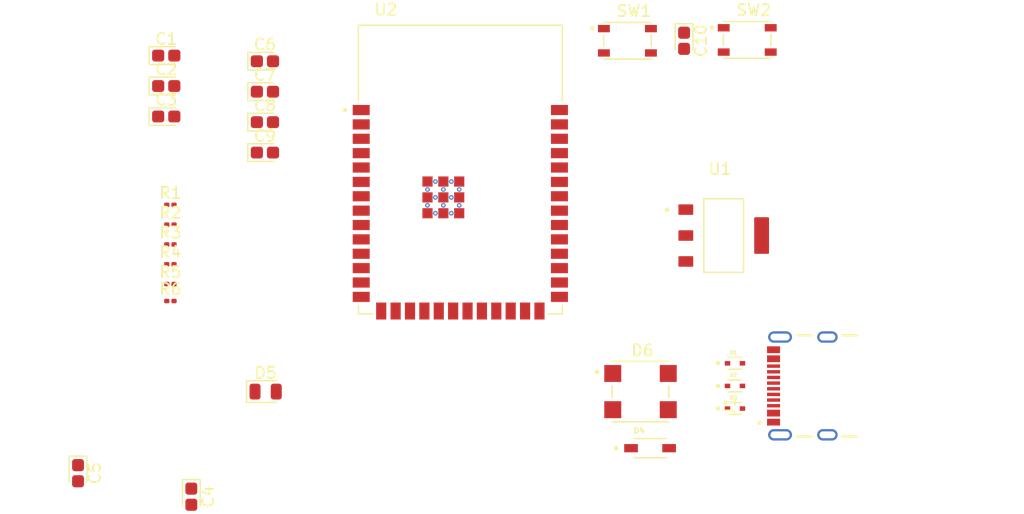
<source format=kicad_pcb>
(kicad_pcb (version 20240108) (generator "pcbnew") (generator_version "8.0")
  (layers (0 "F.Cu" signal) (31 "B.Cu" signal) (34 "B.Paste" user) (35 "F.Paste" user) (36 "B.SilkS" user "B.Silkscreen") (37 "F.SilkS" user "F.Silkscreen") (38 "B.Mask" user) (39 "F.Mask" user) (44 "Edge.Cuts" user))
  (net 0 "")
  (net 1 "VCC_5V")
  (net 2 "GND")
  (net 3 "ESP_3V3")
  (net 4 "CHIP_PU")
  (net 5 "Net-(C9-Pad1)")
  (net 6 "Net-(D1-Pad1)")
  (net 7 "D-")
  (net 8 "D+")
  (net 9 "Net-(D5-A)")
  (net 11 "RGB")
  (net 13 "Net-(J1-CC2)")
  (net 15 "Net-(J1-CC1)")
  (net 20 "DC")
  (net 21 "RST")
  (net 25 "CS")
  (net 34 "CLK")
  (net 39 "BL")
  (net 40 "GPI00")
  (net 42 "DIN")
  (footprint "Capacitor_Tantalum_SMD:CP_EIA-1608-08_AVX-J" (layer "F.Cu") (at 119.2875 78)
    (property "Reference" "C2" (at 0 -1.48 0) (layer "F.SilkS"))
    (property "Value" "C")
    (fp_line (start -1.51 -0.785) (end -1.51 0.785) (stroke (width 0.12)) (layer "F.SilkS"))
    (fp_line (start -1.51 0.785) (end 0.8 0.785) (stroke (width 0.12)) (layer "F.SilkS"))
    (fp_line (start 0.8 -0.785) (end -1.51 -0.785) (stroke (width 0.12)) (layer "F.SilkS"))
    (pad "1" smd roundrect (at -0.7125 0) (size 1.075 1.05) (layers "F.Cu" "F.Paste" "F.Mask") (roundrect_rratio 0.238095) (net 1 "VCC_5V"))
    (pad "2" smd roundrect (at 0.7125 0) (size 1.075 1.05) (layers "F.Cu" "F.Paste" "F.Mask") (roundrect_rratio 0.238095) (net 2 "GND"))
  )
  (footprint "Resistor_SMD:R_0201_0603Metric" (layer "F.Cu") (at 119.655 92)
    (property "Reference" "R3" (at 0 -1.05 0) (layer "F.SilkS"))
    (property "Value" "R")
    (pad "1" smd roundrect (at -0.32 0) (size 0.46 0.4) (layers "F.Cu" "F.Mask") (net 9 "Net-(D5-A)"))
    (pad "2" smd roundrect (at 0.32 0) (size 0.46 0.4) (layers "F.Cu" "F.Mask") (net 3 "ESP_3V3"))
  )
  (footprint "PTS810_SJM_250_SMTR_LFS-footprint:SW_PTS810_SJM_250_SMTR_LFS" (layer "F.Cu") (at 170.575 73.925)
    (property "Reference" "SW2" (at 0.575 -2.635 0) (layer "F.SilkS"))
    (property "Value" "PTS810_SJM_250_SMTR_LFS")
    (fp_line (start -2.1 -1.62) (end 2.1 -1.62) (stroke (width 0.127)) (layer "F.SilkS"))
    (fp_line (start -2.1 0.5) (end -2.1 -0.5) (stroke (width 0.127)) (layer "F.SilkS"))
    (fp_line (start 2.1 0.5) (end 2.1 -0.5) (stroke (width 0.127)) (layer "F.SilkS"))
    (fp_line (start 2.1 1.62) (end -2.1 1.62) (stroke (width 0.127)) (layer "F.SilkS"))
    (fp_circle (center -3.1 -1.1) (end -3 -1.1) (stroke (width 0.2)) (fill none) (layer "F.SilkS"))
    (pad "1" smd rect (at -2.075 -1.075) (size 1.05 0.65) (layers "F.Cu" "F.Paste" "F.Mask"))
    (pad "2" smd rect (at 2.075 -1.075) (size 1.05 0.65) (layers "F.Cu" "F.Paste" "F.Mask") (net 2 "GND"))
    (pad "3" smd rect (at -2.075 1.075) (size 1.05 0.65) (layers "F.Cu" "F.Paste" "F.Mask") (net 4 "CHIP_PU"))
    (pad "4" smd rect (at 2.075 1.075) (size 1.05 0.65) (layers "F.Cu" "F.Paste" "F.Mask"))
  )
  (footprint "Diode_SMD:D_0805_2012Metric" (layer "F.Cu") (at 128.0625 105)
    (property "Reference" "D5" (at 0 -1.65 0) (layer "F.SilkS"))
    (property "Value" "LED")
    (fp_line (start -1.685 -0.96) (end -1.685 0.96) (stroke (width 0.12)) (layer "F.SilkS"))
    (fp_line (start -1.685 0.96) (end 1 0.96) (stroke (width 0.12)) (layer "F.SilkS"))
    (fp_line (start 1 -0.96) (end -1.685 -0.96) (stroke (width 0.12)) (layer "F.SilkS"))
    (pad "1" smd roundrect (at -0.9375 0) (size 0.975 1.4) (layers "F.Cu" "F.Paste" "F.Mask") (net 2 "GND"))
    (pad "2" smd roundrect (at 0.9375 0) (size 0.975 1.4) (layers "F.Cu" "F.Paste" "F.Mask") (net 9 "Net-(D5-A)"))
  )
  (footprint "Capacitor_Tantalum_SMD:CP_EIA-1608-08_AVX-J" (layer "F.Cu") (at 121.5 114.2875 -90)
    (property "Reference" "C4" (at 0 -1.48 90) (layer "F.SilkS"))
    (property "Value" "C")
    (fp_line (start -1.51 0.785) (end 0.8 0.785) (stroke (width 0.12)) (layer "F.SilkS"))
    (fp_line (start -1.51 -0.785) (end -1.51 0.785) (stroke (width 0.12)) (layer "F.SilkS"))
    (fp_line (start 0.8 -0.785) (end -1.51 -0.785) (stroke (width 0.12)) (layer "F.SilkS"))
    (pad "1" smd roundrect (at -0.7125 0 270) (size 1.075 1.05) (layers "F.Cu" "F.Paste" "F.Mask") (roundrect_rratio 0.238095) (net 3 "ESP_3V3"))
    (pad "2" smd roundrect (at 0.7125 0 270) (size 1.075 1.05) (layers "F.Cu" "F.Paste" "F.Mask") (roundrect_rratio 0.238095) (net 2 "GND"))
  )
  (footprint "Resistor_SMD:R_0201_0603Metric" (layer "F.Cu") (at 119.655 88.5)
    (property "Reference" "R1" (at 0 -1.05 0) (layer "F.SilkS"))
    (property "Value" "R")
    (pad "1" smd roundrect (at -0.32 0) (size 0.46 0.4) (layers "F.Cu" "F.Mask") (net 15 "Net-(J1-CC1)"))
    (pad "2" smd roundrect (at 0.32 0) (size 0.46 0.4) (layers "F.Cu" "F.Mask") (net 2 "GND"))
  )
  (footprint "Capacitor_Tantalum_SMD:CP_EIA-1608-08_AVX-J" (layer "F.Cu") (at 111.5 112.2125 -90)
    (property "Reference" "C5" (at 0 -1.48 90) (layer "F.SilkS"))
    (property "Value" "C")
    (fp_line (start -1.51 0.785) (end 0.8 0.785) (stroke (width 0.12)) (layer "F.SilkS"))
    (fp_line (start -1.51 -0.785) (end -1.51 0.785) (stroke (width 0.12)) (layer "F.SilkS"))
    (fp_line (start 0.8 -0.785) (end -1.51 -0.785) (stroke (width 0.12)) (layer "F.SilkS"))
    (pad "1" smd roundrect (at -0.7125 0 270) (size 1.075 1.05) (layers "F.Cu" "F.Paste" "F.Mask") (roundrect_rratio 0.238095) (net 3 "ESP_3V3"))
    (pad "2" smd roundrect (at 0.7125 0 270) (size 1.075 1.05) (layers "F.Cu" "F.Paste" "F.Mask") (roundrect_rratio 0.238095) (net 2 "GND"))
  )
  (footprint "LESD5D5.0CT1G-footprint:TVS_LESD5D5.0CT1G" (layer "F.Cu") (at 169.495 102.5)
    (property "Reference" "D1" (at -0.134 -0.9532 0) (layer "F.SilkS") (effects (font (size 0.32 0.32))))
    (property "Value" "~")
    (fp_line (start -0.6 -0.52) (end 0.6 -0.52) (stroke (width 0.127)) (layer "F.SilkS"))
    (fp_line (start 0.6 0.52) (end -0.6 0.52) (stroke (width 0.127)) (layer "F.SilkS"))
    (fp_circle (center -1.5 0) (end -1.4 0) (stroke (width 0.2)) (fill none) (layer "F.SilkS"))
    (pad "1" smd rect (at -0.66 0) (size 0.48 0.4) (layers "F.Cu" "F.Paste" "F.Mask") (net 6 "Net-(D1-Pad1)"))
    (pad "2" smd rect (at 0.66 0) (size 0.48 0.4) (layers "F.Cu" "F.Paste" "F.Mask") (net 2 "GND"))
  )
  (footprint "Resistor_SMD:R_0201_0603Metric" (layer "F.Cu") (at 119.655 97)
    (property "Reference" "R6" (at 0 -1.05 0) (layer "F.SilkS"))
    (property "Value" "R")
    (pad "1" smd roundrect (at -0.32 0) (size 0.46 0.4) (layers "F.Cu" "F.Mask") (net 3 "ESP_3V3"))
    (pad "2" smd roundrect (at 0.32 0) (size 0.46 0.4) (layers "F.Cu" "F.Mask") (net 4 "CHIP_PU"))
  )
  (footprint "LESD5D5.0CT1G-footprint:TVS_LESD5D5.0CT1G" (layer "F.Cu") (at 169.495 106.5)
    (property "Reference" "D3" (at -0.134 -0.9532 0) (layer "F.SilkS") (effects (font (size 0.32 0.32))))
    (property "Value" "~")
    (fp_line (start -0.6 -0.52) (end 0.6 -0.52) (stroke (width 0.127)) (layer "F.SilkS"))
    (fp_line (start 0.6 0.52) (end -0.6 0.52) (stroke (width 0.127)) (layer "F.SilkS"))
    (fp_circle (center -1.5 0) (end -1.4 0) (stroke (width 0.2)) (fill none) (layer "F.SilkS"))
    (pad "1" smd rect (at -0.66 0) (size 0.48 0.4) (layers "F.Cu" "F.Paste" "F.Mask") (net 8 "D+"))
    (pad "2" smd rect (at 0.66 0) (size 0.48 0.4) (layers "F.Cu" "F.Paste" "F.Mask") (net 2 "GND"))
  )
  (footprint "AMS1117-3.3-footprint:SOT229P700X180-4N" (layer "F.Cu") (at 168.5 91.21)
    (property "Reference" "U1" (at -0.3275 -5.885 0) (layer "F.SilkS"))
    (property "Value" "AMS1117-3.3")
    (fp_line (start -1.7525 -3.2525) (end 1.7525 -3.2525) (stroke (width 0.127)) (layer "F.SilkS"))
    (fp_line (start -1.7525 3.2525) (end -1.7525 -3.2525) (stroke (width 0.127)) (layer "F.SilkS"))
    (fp_line (start 1.7525 -3.2525) (end 1.7525 3.2525) (stroke (width 0.127)) (layer "F.SilkS"))
    (fp_line (start 1.7525 3.2525) (end -1.7525 3.2525) (stroke (width 0.127)) (layer "F.SilkS"))
    (fp_circle (center -5 -2.29) (end -4.9 -2.29) (stroke (width 0.2)) (fill none) (layer "F.SilkS"))
    (pad "1" smd roundrect (at -3.345 -2.29) (size 1.31 0.93) (layers "F.Cu" "F.Paste" "F.Mask") (roundrect_rratio 0.075) (net 2 "GND"))
    (pad "2" smd roundrect (at -3.345 0) (size 1.31 0.93) (layers "F.Cu" "F.Paste" "F.Mask") (roundrect_rratio 0.075) (net 3 "ESP_3V3"))
    (pad "3" smd roundrect (at -3.345 2.29) (size 1.31 0.93) (layers "F.Cu" "F.Paste" "F.Mask") (roundrect_rratio 0.075) (net 1 "VCC_5V"))
    (pad "4" smd roundrect (at 3.345 0) (size 1.31 3.24) (layers "F.Cu" "F.Paste" "F.Mask") (roundrect_rratio 0.075))
  )
  (footprint "1N5819HW-7-F-footprint:SOD3715X145N" (layer "F.Cu") (at 162 110)
    (property "Reference" "D4" (at -0.97763 -1.557398 0) (layer "F.SilkS") (effects (font (size 0.4808 0.4808))))
    (property "Value" "1N5819HW-7-F")
    (fp_line (start -1.425 -0.85) (end 1.425 -0.85) (stroke (width 0.127)) (layer "F.SilkS"))
    (fp_line (start 1.425 0.85) (end -1.425 0.85) (stroke (width 0.127)) (layer "F.SilkS"))
    (fp_circle (center -3 0) (end -2.9 0) (stroke (width 0.2)) (fill none) (layer "F.SilkS"))
    (pad "A" smd rect (at 1.68 0) (size 1.21 0.73) (layers "F.Cu" "F.Paste" "F.Mask") (net 6 "Net-(D1-Pad1)"))
    (pad "C" smd rect (at -1.68 0) (size 1.21 0.73) (layers "F.Cu" "F.Paste" "F.Mask") (net 1 "VCC_5V"))
  )
  (footprint "LESD5D5.0CT1G-footprint:TVS_LESD5D5.0CT1G" (layer "F.Cu") (at 169.495 104.5)
    (property "Reference" "D2" (at -0.134 -0.9532 0) (layer "F.SilkS") (effects (font (size 0.32 0.32))))
    (property "Value" "~")
    (fp_line (start -0.6 -0.52) (end 0.6 -0.52) (stroke (width 0.127)) (layer "F.SilkS"))
    (fp_line (start 0.6 0.52) (end -0.6 0.52) (stroke (width 0.127)) (layer "F.SilkS"))
    (fp_circle (center -1.5 0) (end -1.4 0) (stroke (width 0.2)) (fill none) (layer "F.SilkS"))
    (pad "1" smd rect (at -0.66 0) (size 0.48 0.4) (layers "F.Cu" "F.Paste" "F.Mask") (net 7 "D-"))
    (pad "2" smd rect (at 0.66 0) (size 0.48 0.4) (layers "F.Cu" "F.Paste" "F.Mask") (net 2 "GND"))
  )
  (footprint "ESP32-S3-WROOM-1-N16R2-footprint:XCVR_ESP32-S3-WROOM-1-N16R2" (layer "F.Cu") (at 145.25 85.38)
    (property "Reference" "U2" (at -6.575 -14.135 0) (layer "F.SilkS"))
    (property "Value" "ESP32-S3-WROOM-1-N16R2")
    (fp_line (start -9 -12.75) (end 9 -12.75) (stroke (width 0.127)) (layer "F.SilkS"))
    (fp_line (start -9 -6.03) (end -9 -12.75) (stroke (width 0.127)) (layer "F.SilkS"))
    (fp_line (start -9 12.02) (end -9 12.75) (stroke (width 0.127)) (layer "F.SilkS"))
    (fp_line (start -9 12.75) (end -7.755 12.75) (stroke (width 0.127)) (layer "F.SilkS"))
    (fp_line (start 9 -12.75) (end 9 -6.03) (stroke (width 0.127)) (layer "F.SilkS"))
    (fp_line (start 9 12.02) (end 9 12.75) (stroke (width 0.127)) (layer "F.SilkS"))
    (fp_line (start 9 12.75) (end 7.755 12.75) (stroke (width 0.127)) (layer "F.SilkS"))
    (fp_circle (center -10.2 -5.26) (end -10.1 -5.26) (stroke (width 0.2)) (fill none) (layer "F.SilkS"))
    (pad "1" smd rect (at -8.75 -5.26) (size 1.5 0.9) (layers "F.Cu" "F.Paste" "F.Mask") (net 2 "GND"))
    (pad "2" smd rect (at -8.75 -3.99) (size 1.5 0.9) (layers "F.Cu" "F.Paste" "F.Mask") (net 3 "ESP_3V3"))
    (pad "3" smd rect (at -8.75 -2.72) (size 1.5 0.9) (layers "F.Cu" "F.Paste" "F.Mask") (net 4 "CHIP_PU"))
    (pad "4" smd rect (at -8.75 -1.45) (size 1.5 0.9) (layers "F.Cu" "F.Paste" "F.Mask"))
    (pad "5" smd rect (at -8.75 -0.18) (size 1.5 0.9) (layers "F.Cu" "F.Paste" "F.Mask"))
    (pad "6" smd rect (at -8.75 1.09) (size 1.5 0.9) (layers "F.Cu" "F.Paste" "F.Mask"))
    (pad "7" smd rect (at -8.75 2.36) (size 1.5 0.9) (layers "F.Cu" "F.Paste" "F.Mask"))
    (pad "8" smd rect (at -8.75 3.63) (size 1.5 0.9) (layers "F.Cu" "F.Paste" "F.Mask"))
    (pad "9" smd rect (at -8.75 4.9) (size 1.5 0.9) (layers "F.Cu" "F.Paste" "F.Mask"))
    (pad "10" smd rect (at -8.75 6.17) (size 1.5 0.9) (layers "F.Cu" "F.Paste" "F.Mask"))
    (pad "11" smd rect (at -8.75 7.44) (size 1.5 0.9) (layers "F.Cu" "F.Paste" "F.Mask"))
    (pad "12" smd rect (at -8.75 8.71) (size 1.5 0.9) (layers "F.Cu" "F.Paste" "F.Mask") (net 42 "DIN"))
    (pad "13" smd rect (at -8.75 9.98) (size 1.5 0.9) (layers "F.Cu" "F.Paste" "F.Mask") (net 7 "D-"))
    (pad "14" smd rect (at -8.75 11.25) (size 1.5 0.9) (layers "F.Cu" "F.Paste" "F.Mask") (net 8 "D+"))
    (pad "15" smd rect (at -6.985 12.5) (size 0.9 1.5) (layers "F.Cu" "F.Paste" "F.Mask"))
    (pad "16" smd rect (at -5.715 12.5) (size 0.9 1.5) (layers "F.Cu" "F.Paste" "F.Mask"))
    (pad "17" smd rect (at -4.445 12.5) (size 0.9 1.5) (layers "F.Cu" "F.Paste" "F.Mask") (net 34 "CLK"))
    (pad "18" smd rect (at -3.175 12.5) (size 0.9 1.5) (layers "F.Cu" "F.Paste" "F.Mask") (net 25 "CS"))
    (pad "19" smd rect (at -1.905 12.5) (size 0.9 1.5) (layers "F.Cu" "F.Paste" "F.Mask") (net 20 "DC"))
    (pad "20" smd rect (at -0.635 12.5) (size 0.9 1.5) (layers "F.Cu" "F.Paste" "F.Mask") (net 21 "RST"))
    (pad "21" smd rect (at 0.635 12.5) (size 0.9 1.5) (layers "F.Cu" "F.Paste" "F.Mask") (net 39 "BL"))
    (pad "22" smd rect (at 1.905 12.5) (size 0.9 1.5) (layers "F.Cu" "F.Paste" "F.Mask"))
    (pad "23" smd rect (at 3.175 12.5) (size 0.9 1.5) (layers "F.Cu" "F.Paste" "F.Mask"))
    (pad "24" smd rect (at 4.445 12.5) (size 0.9 1.5) (layers "F.Cu" "F.Paste" "F.Mask"))
    (pad "25" smd rect (at 5.715 12.5) (size 0.9 1.5) (layers "F.Cu" "F.Paste" "F.Mask"))
    (pad "26" smd rect (at 6.985 12.5) (size 0.9 1.5) (layers "F.Cu" "F.Paste" "F.Mask"))
    (pad "27" smd rect (at 8.75 11.25) (size 1.5 0.9) (layers "F.Cu" "F.Paste" "F.Mask") (net 40 "GPI00"))
    (pad "28" smd rect (at 8.75 9.98) (size 1.5 0.9) (layers "F.Cu" "F.Paste" "F.Mask"))
    (pad "29" smd rect (at 8.75 8.71) (size 1.5 0.9) (layers "F.Cu" "F.Paste" "F.Mask"))
    (pad "30" smd rect (at 8.75 7.44) (size 1.5 0.9) (layers "F.Cu" "F.Paste" "F.Mask"))
    (pad "31" smd rect (at 8.75 6.17) (size 1.5 0.9) (layers "F.Cu" "F.Paste" "F.Mask"))
    (pad "32" smd rect (at 8.75 4.9) (size 1.5 0.9) (layers "F.Cu" "F.Paste" "F.Mask"))
    (pad "33" smd rect (at 8.75 3.63) (size 1.5 0.9) (layers "F.Cu" "F.Paste" "F.Mask"))
    (pad "34" smd rect (at 8.75 2.36) (size 1.5 0.9) (layers "F.Cu" "F.Paste" "F.Mask"))
    (pad "35" smd rect (at 8.75 1.09) (size 1.5 0.9) (layers "F.Cu" "F.Paste" "F.Mask"))
    (pad "36" smd rect (at 8.75 -0.18) (size 1.5 0.9) (layers "F.Cu" "F.Paste" "F.Mask"))
    (pad "37" smd rect (at 8.75 -1.45) (size 1.5 0.9) (layers "F.Cu" "F.Paste" "F.Mask"))
    (pad "38" smd rect (at 8.75 -2.72) (size 1.5 0.9) (layers "F.Cu" "F.Paste" "F.Mask"))
    (pad "39" smd rect (at 8.75 -3.99) (size 1.5 0.9) (layers "F.Cu" "F.Paste" "F.Mask"))
    (pad "40" smd rect (at 8.75 -5.26) (size 1.5 0.9) (layers "F.Cu" "F.Paste" "F.Mask") (net 2 "GND"))
    (pad "41_1" smd rect (at -1.5 2.46) (size 0.9 0.9) (layers "F.Cu" "F.Paste" "F.Mask") (net 2 "GND"))
    (pad "41_2" smd rect (at -2.9 2.46) (size 0.9 0.9) (layers "F.Cu" "F.Paste" "F.Mask") (net 2 "GND"))
    (pad "41_3" smd rect (at -0.1 2.46) (size 0.9 0.9) (layers "F.Cu" "F.Paste" "F.Mask") (net 2 "GND"))
    (pad "41_4" smd rect (at -2.9 3.86) (size 0.9 0.9) (layers "F.Cu" "F.Paste" "F.Mask") (net 2 "GND"))
    (pad "41_5" smd rect (at -1.5 3.86) (size 0.9 0.9) (layers "F.Cu" "F.Paste" "F.Mask") (net 2 "GND"))
    (pad "41_6" smd rect (at -0.1 3.86) (size 0.9 0.9) (layers "F.Cu" "F.Paste" "F.Mask") (net 2 "GND"))
    (pad "41_7" smd rect (at -2.9 1.06) (size 0.9 0.9) (layers "F.Cu" "F.Paste" "F.Mask") (net 2 "GND"))
    (pad "41_8" smd rect (at -1.5 1.06) (size 0.9 0.9) (layers "F.Cu" "F.Paste" "F.Mask") (net 2 "GND"))
    (pad "41_9" smd rect (at -0.1 1.06) (size 0.9 0.9) (layers "F.Cu" "F.Paste" "F.Mask") (net 2 "GND"))
    (pad "41_10" thru_hole circle (at -1.5 1.76) (size 0.4 0.4) (drill 0.2) (layers "*.Cu"))
    (pad "41_11" thru_hole circle (at -2.9 1.76) (size 0.4 0.4) (drill 0.2) (layers "*.Cu"))
    (pad "41_12" thru_hole circle (at -0.1 1.76) (size 0.4 0.4) (drill 0.2) (layers "*.Cu"))
    (pad "41_13" thru_hole circle (at -2.9 3.16) (size 0.4 0.4) (drill 0.2) (layers "*.Cu"))
    (pad "41_14" thru_hole circle (at -1.5 3.16) (size 0.4 0.4) (drill 0.2) (layers "*.Cu"))
    (pad "41_15" thru_hole circle (at -0.1 3.16) (size 0.4 0.4) (drill 0.2) (layers "*.Cu"))
    (pad "41_16" thru_hole circle (at -2.2 1.06) (size 0.4 0.4) (drill 0.2) (layers "*.Cu"))
    (pad "41_17" thru_hole circle (at -0.8 1.06) (size 0.4 0.4) (drill 0.2) (layers "*.Cu"))
    (pad "41_18" thru_hole circle (at -2.2 2.46) (size 0.4 0.4) (drill 0.2) (layers "*.Cu"))
    (pad "41_19" thru_hole circle (at -0.8 2.46) (size 0.4 0.4) (drill 0.2) (layers "*.Cu"))
    (pad "41_20" thru_hole circle (at -2.2 3.86) (size 0.4 0.4) (drill 0.2) (layers "*.Cu"))
    (pad "41_21" thru_hole circle (at -0.8 3.86) (size 0.4 0.4) (drill 0.2) (layers "*.Cu"))
  )
  (footprint "Resistor_SMD:R_0201_0603Metric" (layer "F.Cu") (at 119.655 95.5)
    (property "Reference" "R5" (at 0 -1.05 0) (layer "F.SilkS"))
    (property "Value" "R")
    (pad "1" smd roundrect (at -0.32 0) (size 0.46 0.4) (layers "F.Cu" "F.Mask") (net 3 "ESP_3V3"))
    (pad "2" smd roundrect (at 0.32 0) (size 0.46 0.4) (layers "F.Cu" "F.Mask") (net 5 "Net-(C9-Pad1)"))
  )
  (footprint "Capacitor_Tantalum_SMD:CP_EIA-1608-08_AVX-J" (layer "F.Cu") (at 119.2875 80.69)
    (property "Reference" "C3" (at 0 -1.48 0) (layer "F.SilkS"))
    (property "Value" "C")
    (fp_line (start -1.51 -0.785) (end -1.51 0.785) (stroke (width 0.12)) (layer "F.SilkS"))
    (fp_line (start -1.51 0.785) (end 0.8 0.785) (stroke (width 0.12)) (layer "F.SilkS"))
    (fp_line (start 0.8 -0.785) (end -1.51 -0.785) (stroke (width 0.12)) (layer "F.SilkS"))
    (pad "1" smd roundrect (at -0.7125 0) (size 1.075 1.05) (layers "F.Cu" "F.Paste" "F.Mask") (roundrect_rratio 0.238095) (net 1 "VCC_5V"))
    (pad "2" smd roundrect (at 0.7125 0) (size 1.075 1.05) (layers "F.Cu" "F.Paste" "F.Mask") (roundrect_rratio 0.238095) (net 2 "GND"))
  )
  (footprint "Resistor_SMD:R_0201_0603Metric" (layer "F.Cu") (at 119.655 93.75)
    (property "Reference" "R4" (at 0 -1.05 0) (layer "F.SilkS"))
    (property "Value" "R")
    (pad "1" smd roundrect (at -0.32 0) (size 0.46 0.4) (layers "F.Cu" "F.Mask") (net 3 "ESP_3V3"))
    (pad "2" smd roundrect (at 0.32 0) (size 0.46 0.4) (layers "F.Cu" "F.Mask") (net 4 "CHIP_PU"))
  )
  (footprint "Capacitor_Tantalum_SMD:CP_EIA-1608-08_AVX-J" (layer "F.Cu") (at 128 78.5)
    (property "Reference" "C7" (at 0 -1.48 0) (layer "F.SilkS"))
    (property "Value" "C")
    (fp_line (start -1.51 -0.785) (end -1.51 0.785) (stroke (width 0.12)) (layer "F.SilkS"))
    (fp_line (start -1.51 0.785) (end 0.8 0.785) (stroke (width 0.12)) (layer "F.SilkS"))
    (fp_line (start 0.8 -0.785) (end -1.51 -0.785) (stroke (width 0.12)) (layer "F.SilkS"))
    (pad "1" smd roundrect (at -0.7125 0) (size 1.075 1.05) (layers "F.Cu" "F.Paste" "F.Mask") (roundrect_rratio 0.238095) (net 3 "ESP_3V3"))
    (pad "2" smd roundrect (at 0.7125 0) (size 1.075 1.05) (layers "F.Cu" "F.Paste" "F.Mask") (roundrect_rratio 0.238095) (net 2 "GND"))
  )
  (footprint "Capacitor_Tantalum_SMD:CP_EIA-1608-08_AVX-J" (layer "F.Cu") (at 119.2875 75.31)
    (property "Reference" "C1" (at 0 -1.48 0) (layer "F.SilkS"))
    (property "Value" "C")
    (fp_line (start -1.51 -0.785) (end -1.51 0.785) (stroke (width 0.12)) (layer "F.SilkS"))
    (fp_line (start -1.51 0.785) (end 0.8 0.785) (stroke (width 0.12)) (layer "F.SilkS"))
    (fp_line (start 0.8 -0.785) (end -1.51 -0.785) (stroke (width 0.12)) (layer "F.SilkS"))
    (pad "1" smd roundrect (at -0.7125 0) (size 1.075 1.05) (layers "F.Cu" "F.Paste" "F.Mask") (roundrect_rratio 0.238095) (net 1 "VCC_5V"))
    (pad "2" smd roundrect (at 0.7125 0) (size 1.075 1.05) (layers "F.Cu" "F.Paste" "F.Mask") (roundrect_rratio 0.238095) (net 2 "GND"))
  )
  (footprint "Resistor_SMD:R_0201_0603Metric" (layer "F.Cu") (at 119.655 90.25)
    (property "Reference" "R2" (at 0 -1.05 0) (layer "F.SilkS"))
    (property "Value" "R")
    (pad "1" smd roundrect (at -0.32 0) (size 0.46 0.4) (layers "F.Cu" "F.Mask") (net 13 "Net-(J1-CC2)"))
    (pad "2" smd roundrect (at 0.32 0) (size 0.46 0.4) (layers "F.Cu" "F.Mask") (net 2 "GND"))
  )
  (footprint "Capacitor_Tantalum_SMD:CP_EIA-1608-08_AVX-J" (layer "F.Cu") (at 165 74 -90)
    (property "Reference" "C10" (at 0 -1.48 90) (layer "F.SilkS"))
    (property "Value" "C")
    (fp_line (start -1.51 0.785) (end 0.8 0.785) (stroke (width 0.12)) (layer "F.SilkS"))
    (fp_line (start -1.51 -0.785) (end -1.51 0.785) (stroke (width 0.12)) (layer "F.SilkS"))
    (fp_line (start 0.8 -0.785) (end -1.51 -0.785) (stroke (width 0.12)) (layer "F.SilkS"))
    (pad "1" smd roundrect (at -0.7125 0 270) (size 1.075 1.05) (layers "F.Cu" "F.Paste" "F.Mask") (roundrect_rratio 0.238095) (net 4 "CHIP_PU"))
    (pad "2" smd roundrect (at 0.7125 0 270) (size 1.075 1.05) (layers "F.Cu" "F.Paste" "F.Mask") (roundrect_rratio 0.238095) (net 2 "GND"))
  )
  (footprint "Capacitor_Tantalum_SMD:CP_EIA-1608-08_AVX-J" (layer "F.Cu") (at 128 81.19)
    (property "Reference" "C8" (at 0 -1.48 0) (layer "F.SilkS"))
    (property "Value" "C")
    (fp_line (start -1.51 -0.785) (end -1.51 0.785) (stroke (width 0.12)) (layer "F.SilkS"))
    (fp_line (start -1.51 0.785) (end 0.8 0.785) (stroke (width 0.12)) (layer "F.SilkS"))
    (fp_line (start 0.8 -0.785) (end -1.51 -0.785) (stroke (width 0.12)) (layer "F.SilkS"))
    (pad "1" smd roundrect (at -0.7125 0) (size 1.075 1.05) (layers "F.Cu" "F.Paste" "F.Mask") (roundrect_rratio 0.238095) (net 4 "CHIP_PU"))
    (pad "2" smd roundrect (at 0.7125 0) (size 1.075 1.05) (layers "F.Cu" "F.Paste" "F.Mask") (roundrect_rratio 0.238095) (net 2 "GND"))
  )
  (footprint "SK6812-footprint:LED_SK6812" (layer "F.Cu") (at 161.155 105)
    (property "Reference" "D6" (at 0.175 -3.635 0) (layer "F.SilkS"))
    (property "Value" "SK6812")
    (fp_line (start -2.5 -2.67) (end 2.5 -2.67) (stroke (width 0.127)) (layer "F.SilkS"))
    (fp_line (start -2.5 -0.53) (end -2.5 0.53) (stroke (width 0.127)) (layer "F.SilkS"))
    (fp_line (start -2.5 2.67) (end 2.5 2.67) (stroke (width 0.127)) (layer "F.SilkS"))
    (fp_line (start 2.5 -0.53) (end 2.5 0.53) (stroke (width 0.127)) (layer "F.SilkS"))
    (fp_circle (center -3.85 -1.73) (end -3.75 -1.73) (stroke (width 0.2)) (fill none) (layer "F.SilkS"))
    (pad "1" smd rect (at -2.45 -1.6) (size 1.5 1.5) (layers "F.Cu" "F.Paste" "F.Mask") (net 3 "ESP_3V3"))
    (pad "2" smd rect (at -2.45 1.6) (size 1.5 1.5) (layers "F.Cu" "F.Paste" "F.Mask"))
    (pad "3" smd rect (at 2.45 1.6) (size 1.5 1.5) (layers "F.Cu" "F.Paste" "F.Mask") (net 2 "GND"))
    (pad "4" smd rect (at 2.45 -1.6) (size 1.5 1.5) (layers "F.Cu" "F.Paste" "F.Mask") (net 11 "RGB"))
  )
  (footprint "PTS810_SJM_250_SMTR_LFS-footprint:SW_PTS810_SJM_250_SMTR_LFS" (layer "F.Cu") (at 160 74)
    (property "Reference" "SW1" (at 0.575 -2.635 0) (layer "F.SilkS"))
    (property "Value" "PTS810_SJM_250_SMTR_LFS")
    (fp_line (start -2.1 -1.62) (end 2.1 -1.62) (stroke (width 0.127)) (layer "F.SilkS"))
    (fp_line (start -2.1 0.5) (end -2.1 -0.5) (stroke (width 0.127)) (layer "F.SilkS"))
    (fp_line (start 2.1 0.5) (end 2.1 -0.5) (stroke (width 0.127)) (layer "F.SilkS"))
    (fp_line (start 2.1 1.62) (end -2.1 1.62) (stroke (width 0.127)) (layer "F.SilkS"))
    (fp_circle (center -3.1 -1.1) (end -3 -1.1) (stroke (width 0.2)) (fill none) (layer "F.SilkS"))
    (pad "1" smd rect (at -2.075 -1.075) (size 1.05 0.65) (layers "F.Cu" "F.Paste" "F.Mask"))
    (pad "2" smd rect (at 2.075 -1.075) (size 1.05 0.65) (layers "F.Cu" "F.Paste" "F.Mask") (net 2 "GND"))
    (pad "3" smd rect (at -2.075 1.075) (size 1.05 0.65) (layers "F.Cu" "F.Paste" "F.Mask") (net 5 "Net-(C9-Pad1)"))
    (pad "4" smd rect (at 2.075 1.075) (size 1.05 0.65) (layers "F.Cu" "F.Paste" "F.Mask"))
  )
  (footprint "USB4105-GF-A-footprint:GCT_USB4105-GF-A" (layer "F.Cu") (at 177.655 104.5 90)
    (property "Reference" "J1" (at -1.825 -8.635 90) (layer "F.SilkS"))
    (property "Value" "USB4105-GF-A")
    (fp_line (start 4.47 -2.65) (end 4.47 -1.4) (stroke (width 0.2)) (layer "F.SilkS"))
    (fp_line (start -4.47 -2.65) (end -4.47 -1.4) (stroke (width 0.2)) (layer "F.SilkS"))
    (fp_line (start -4.47 1.32) (end -4.47 2.6) (stroke (width 0.2)) (layer "F.SilkS"))
    (fp_line (start 4.47 2.6) (end 4.47 1.32) (stroke (width 0.2)) (layer "F.SilkS"))
    (fp_circle (center -3.25 -6) (end -3.15 -6) (stroke (width 0.2)) (fill none) (layer "F.SilkS"))
    (pad "" np_thru_hole circle (at -2.89 -3.68 90) (size 0.65 0.65) (drill 0.65) (layers "*.Cu" "*.Mask"))
    (pad "" np_thru_hole circle (at 2.89 -3.68 90) (size 0.65 0.65) (drill 0.65) (layers "*.Cu" "*.Mask"))
    (pad "A1_B12" smd rect (at -3.2 -4.755 90) (size 0.6 1.15) (layers "F.Cu" "F.Paste") (net 2 "GND"))
    (pad "A4_B9" smd rect (at -2.4 -4.755 90) (size 0.6 1.15) (layers "F.Cu" "F.Paste") (net 6 "Net-(D1-Pad1)"))
    (pad "A5" smd rect (at -1.25 -4.755 90) (size 0.3 1.15) (layers "F.Cu" "F.Paste") (net 15 "Net-(J1-CC1)"))
    (pad "A6" smd rect (at -0.25 -4.755 90) (size 0.3 1.15) (layers "F.Cu" "F.Paste") (net 7 "D-"))
    (pad "A7" smd rect (at 0.25 -4.755 90) (size 0.3 1.15) (layers "F.Cu" "F.Paste") (net 8 "D+"))
    (pad "A8" smd rect (at 1.25 -4.755 90) (size 0.3 1.15) (layers "F.Cu" "F.Paste"))
    (pad "B1_A12" smd rect (at 3.2 -4.755 90) (size 0.6 1.15) (layers "F.Cu" "F.Paste") (net 2 "GND"))
    (pad "B4_A9" smd rect (at 2.4 -4.755 90) (size 0.6 1.15) (layers "F.Cu" "F.Paste") (net 6 "Net-(D1-Pad1)"))
    (pad "B5" smd rect (at 1.75 -4.755 90) (size 0.3 1.15) (layers "F.Cu" "F.Paste") (net 13 "Net-(J1-CC2)"))
    (pad "B6" smd rect (at 0.75 -4.755 90) (size 0.3 1.15) (layers "F.Cu" "F.Paste") (net 7 "D-"))
    (pad "B7" smd rect (at -0.75 -4.755 90) (size 0.3 1.15) (layers "F.Cu" "F.Paste") (net 8 "D+"))
    (pad "B8" smd rect (at -1.75 -4.755 90) (size 0.3 1.15) (layers "F.Cu" "F.Paste"))
    (pad "SH1" thru_hole oval (at -4.32 -4.18 90) (size 1 2.1) (drill oval 0.6 1.7) (layers "*.Cu" "*.Mask") (net 2 "GND"))
    (pad "SH2" thru_hole oval (at 4.32 -4.18 90) (size 1 2.1) (drill oval 0.6 1.7) (layers "*.Cu" "*.Mask") (net 2 "GND"))
    (pad "SH3" thru_hole oval (at -4.32 0 90) (size 1 1.8) (drill oval 0.6 1.4) (layers "*.Cu" "*.Mask") (net 2 "GND"))
    (pad "SH4" thru_hole oval (at 4.32 0 90) (size 1 1.8) (drill oval 0.6 1.4) (layers "*.Cu" "*.Mask") (net 2 "GND"))
  )
  (footprint "Capacitor_Tantalum_SMD:CP_EIA-1608-08_AVX-J" (layer "F.Cu") (at 128 75.81)
    (property "Reference" "C6" (at 0 -1.48 0) (layer "F.SilkS"))
    (property "Value" "C")
    (fp_line (start -1.51 -0.785) (end -1.51 0.785) (stroke (width 0.12)) (layer "F.SilkS"))
    (fp_line (start -1.51 0.785) (end 0.8 0.785) (stroke (width 0.12)) (layer "F.SilkS"))
    (fp_line (start 0.8 -0.785) (end -1.51 -0.785) (stroke (width 0.12)) (layer "F.SilkS"))
    (pad "1" smd roundrect (at -0.7125 0) (size 1.075 1.05) (layers "F.Cu" "F.Paste" "F.Mask") (roundrect_rratio 0.238095) (net 3 "ESP_3V3"))
    (pad "2" smd roundrect (at 0.7125 0) (size 1.075 1.05) (layers "F.Cu" "F.Paste" "F.Mask") (roundrect_rratio 0.238095) (net 2 "GND"))
  )
  (footprint "Capacitor_Tantalum_SMD:CP_EIA-1608-08_AVX-J" (layer "F.Cu") (at 128 83.88)
    (property "Reference" "C9" (at 0 -1.48 0) (layer "F.SilkS"))
    (property "Value" "C")
    (fp_line (start -1.51 -0.785) (end -1.51 0.785) (stroke (width 0.12)) (layer "F.SilkS"))
    (fp_line (start -1.51 0.785) (end 0.8 0.785) (stroke (width 0.12)) (layer "F.SilkS"))
    (fp_line (start 0.8 -0.785) (end -1.51 -0.785) (stroke (width 0.12)) (layer "F.SilkS"))
    (pad "1" smd roundrect (at -0.7125 0) (size 1.075 1.05) (layers "F.Cu" "F.Paste" "F.Mask") (roundrect_rratio 0.238095) (net 5 "Net-(C9-Pad1)"))
    (pad "2" smd roundrect (at 0.7125 0) (size 1.075 1.05) (layers "F.Cu" "F.Paste" "F.Mask") (roundrect_rratio 0.238095) (net 2 "GND"))
  )
)
</source>
